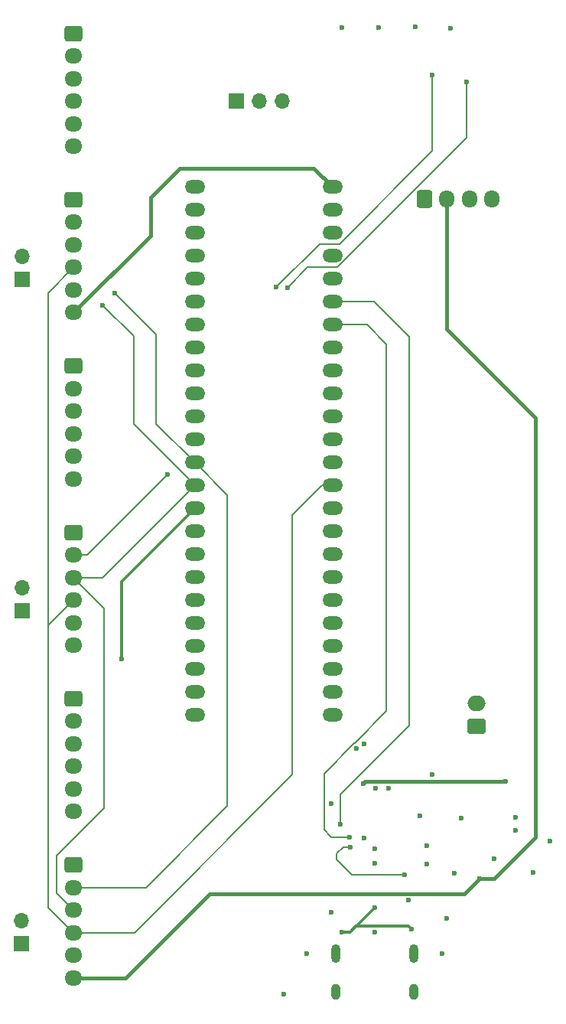
<source format=gbr>
%TF.GenerationSoftware,KiCad,Pcbnew,8.0.8*%
%TF.CreationDate,2025-03-09T10:35:25-07:00*%
%TF.ProjectId,ground-receiver,67726f75-6e64-42d7-9265-636569766572,rev?*%
%TF.SameCoordinates,Original*%
%TF.FileFunction,Copper,L4,Bot*%
%TF.FilePolarity,Positive*%
%FSLAX46Y46*%
G04 Gerber Fmt 4.6, Leading zero omitted, Abs format (unit mm)*
G04 Created by KiCad (PCBNEW 8.0.8) date 2025-03-09 10:35:25*
%MOMM*%
%LPD*%
G01*
G04 APERTURE LIST*
G04 Aperture macros list*
%AMRoundRect*
0 Rectangle with rounded corners*
0 $1 Rounding radius*
0 $2 $3 $4 $5 $6 $7 $8 $9 X,Y pos of 4 corners*
0 Add a 4 corners polygon primitive as box body*
4,1,4,$2,$3,$4,$5,$6,$7,$8,$9,$2,$3,0*
0 Add four circle primitives for the rounded corners*
1,1,$1+$1,$2,$3*
1,1,$1+$1,$4,$5*
1,1,$1+$1,$6,$7*
1,1,$1+$1,$8,$9*
0 Add four rect primitives between the rounded corners*
20,1,$1+$1,$2,$3,$4,$5,0*
20,1,$1+$1,$4,$5,$6,$7,0*
20,1,$1+$1,$6,$7,$8,$9,0*
20,1,$1+$1,$8,$9,$2,$3,0*%
G04 Aperture macros list end*
%TA.AperFunction,ComponentPad*%
%ADD10RoundRect,0.250000X-0.600000X-0.725000X0.600000X-0.725000X0.600000X0.725000X-0.600000X0.725000X0*%
%TD*%
%TA.AperFunction,ComponentPad*%
%ADD11O,1.700000X1.950000*%
%TD*%
%TA.AperFunction,ComponentPad*%
%ADD12O,2.250000X1.500000*%
%TD*%
%TA.AperFunction,ComponentPad*%
%ADD13RoundRect,0.250000X-0.725000X0.600000X-0.725000X-0.600000X0.725000X-0.600000X0.725000X0.600000X0*%
%TD*%
%TA.AperFunction,ComponentPad*%
%ADD14O,1.950000X1.700000*%
%TD*%
%TA.AperFunction,ComponentPad*%
%ADD15RoundRect,0.250000X0.750000X-0.600000X0.750000X0.600000X-0.750000X0.600000X-0.750000X-0.600000X0*%
%TD*%
%TA.AperFunction,ComponentPad*%
%ADD16O,2.000000X1.700000*%
%TD*%
%TA.AperFunction,ComponentPad*%
%ADD17R,1.700000X1.700000*%
%TD*%
%TA.AperFunction,ComponentPad*%
%ADD18O,1.700000X1.700000*%
%TD*%
%TA.AperFunction,HeatsinkPad*%
%ADD19O,1.000000X2.100000*%
%TD*%
%TA.AperFunction,HeatsinkPad*%
%ADD20O,1.000000X1.800000*%
%TD*%
%TA.AperFunction,ViaPad*%
%ADD21C,0.600000*%
%TD*%
%TA.AperFunction,Conductor*%
%ADD22C,0.304800*%
%TD*%
%TA.AperFunction,Conductor*%
%ADD23C,0.381000*%
%TD*%
%TA.AperFunction,Conductor*%
%ADD24C,0.152400*%
%TD*%
G04 APERTURE END LIST*
D10*
%TO.P,J13,1,Pin_1*%
%TO.N,GND*%
X155300000Y-84800000D03*
D11*
%TO.P,J13,2,Pin_2*%
%TO.N,+5V*%
X157800000Y-84800000D03*
%TO.P,J13,3,Pin_3*%
%TO.N,SCL*%
X160300000Y-84800000D03*
%TO.P,J13,4,Pin_4*%
%TO.N,SDA*%
X162800000Y-84800000D03*
%TD*%
D12*
%TO.P,Teensy4.1,0,RX1*%
%TO.N,SDN_3*%
X129880000Y-86025000D03*
%TO.P,Teensy4.1,1,TX1*%
%TO.N,GPIO3_3*%
X129880000Y-88565000D03*
%TO.P,Teensy4.1,2,PWM*%
%TO.N,GPIO2_3*%
X129880000Y-91105000D03*
%TO.P,Teensy4.1,3,PWM*%
%TO.N,GPIO1_3*%
X129880000Y-93645000D03*
%TO.P,Teensy4.1,3V,3.3V*%
%TO.N,+3.3V*%
X129880000Y-119045000D03*
%TO.P,Teensy4.1,3V1,3.3V*%
%TO.N,+3.3V2*%
X145120000Y-88565000D03*
%TO.P,Teensy4.1,4,PWM*%
%TO.N,GPIO0_3*%
X129880000Y-96185000D03*
%TO.P,Teensy4.1,5,PWM*%
%TO.N,IRQ_3*%
X129880000Y-98725000D03*
%TO.P,Teensy4.1,5V,VIN*%
%TO.N,+5V*%
X145120000Y-83485000D03*
%TO.P,Teensy4.1,6,PWM*%
%TO.N,CS_3*%
X129880000Y-101265000D03*
%TO.P,Teensy4.1,7,RX2*%
%TO.N,unconnected-(Teensy4.1-RX2-Pad7)*%
X129880000Y-103805000D03*
%TO.P,Teensy4.1,8,TX2*%
%TO.N,unconnected-(Teensy4.1-TX2-Pad8)*%
X129880000Y-106345000D03*
%TO.P,Teensy4.1,9,PWM*%
%TO.N,unconnected-(Teensy4.1-PWM-Pad9)*%
X129880000Y-108885000D03*
%TO.P,Teensy4.1,10,CS*%
%TO.N,unconnected-(Teensy4.1-CS-Pad10)*%
X129880000Y-111425000D03*
%TO.P,Teensy4.1,11,MOSI*%
%TO.N,MOSI*%
X129880000Y-113965000D03*
%TO.P,Teensy4.1,12,MISO*%
%TO.N,MISO*%
X129880000Y-116505000D03*
%TO.P,Teensy4.1,13,SCK*%
%TO.N,SCLK*%
X145120000Y-116505000D03*
%TO.P,Teensy4.1,14,A0*%
%TO.N,EN*%
X145120000Y-113965000D03*
%TO.P,Teensy4.1,15,A1*%
%TO.N,unconnected-(Teensy4.1-A1-Pad15)*%
X145120000Y-111425000D03*
%TO.P,Teensy4.1,16,A2*%
%TO.N,unconnected-(Teensy4.1-A2-Pad16)*%
X145120000Y-108885000D03*
%TO.P,Teensy4.1,17,A3*%
%TO.N,unconnected-(Teensy4.1-A3-Pad17)*%
X145120000Y-106345000D03*
%TO.P,Teensy4.1,18,SDA*%
%TO.N,SDA*%
X145120000Y-103805000D03*
%TO.P,Teensy4.1,19,SCL*%
%TO.N,SCL*%
X145120000Y-101265000D03*
%TO.P,Teensy4.1,20,TX5*%
%TO.N,TXD*%
X145120000Y-98725000D03*
%TO.P,Teensy4.1,21,RX5*%
%TO.N,RXD*%
X145120000Y-96185000D03*
%TO.P,Teensy4.1,22,PWM*%
%TO.N,unconnected-(Teensy4.1-PWM-Pad22)*%
X145120000Y-93645000D03*
%TO.P,Teensy4.1,23,PWM*%
%TO.N,unconnected-(Teensy4.1-PWM-Pad23)*%
X145120000Y-91105000D03*
%TO.P,Teensy4.1,24,SCL2*%
%TO.N,SDN_2*%
X129880000Y-121585000D03*
%TO.P,Teensy4.1,25,SDA2*%
%TO.N,GPIO3_2*%
X129880000Y-124125000D03*
%TO.P,Teensy4.1,26,MOSI1*%
%TO.N,GPIO2_2*%
X129880000Y-126665000D03*
%TO.P,Teensy4.1,27,SCK1*%
%TO.N,GPIO1_2*%
X129880000Y-129205000D03*
%TO.P,Teensy4.1,28,RX7*%
%TO.N,GPIO0_2*%
X129880000Y-131745000D03*
%TO.P,Teensy4.1,29,TX7*%
%TO.N,IRQ_2*%
X129880000Y-134285000D03*
%TO.P,Teensy4.1,30,GPIO*%
%TO.N,CS_2*%
X129880000Y-136825000D03*
%TO.P,Teensy4.1,31,GPIO*%
%TO.N,unconnected-(Teensy4.1-GPIO-Pad31)*%
X129880000Y-139365000D03*
%TO.P,Teensy4.1,32,GPIO*%
%TO.N,unconnected-(Teensy4.1-GPIO-Pad32)*%
X129880000Y-141905000D03*
%TO.P,Teensy4.1,33,PWM*%
%TO.N,CS_1*%
X145120000Y-141905000D03*
%TO.P,Teensy4.1,34,RX8*%
%TO.N,IRQ_1*%
X145120000Y-139365000D03*
%TO.P,Teensy4.1,35,TX8*%
%TO.N,GPIO0_1*%
X145120000Y-136825000D03*
%TO.P,Teensy4.1,36,PWM*%
%TO.N,GPIO1_1*%
X145120000Y-134285000D03*
%TO.P,Teensy4.1,37,PWM*%
%TO.N,GPIO2_1*%
X145120000Y-131745000D03*
%TO.P,Teensy4.1,38,CS1*%
%TO.N,GPIO3_1*%
X145120000Y-129205000D03*
%TO.P,Teensy4.1,39,MISO1*%
%TO.N,SDN_1*%
X145120000Y-126665000D03*
%TO.P,Teensy4.1,40,A16*%
%TO.N,BSTAT2*%
X145120000Y-124125000D03*
%TO.P,Teensy4.1,41,A17*%
%TO.N,BSTAT1*%
X145120000Y-121585000D03*
%TO.P,Teensy4.1,G,GND*%
%TO.N,GND*%
X129880000Y-83485000D03*
%TO.P,Teensy4.1,G1,GND*%
X145120000Y-86025000D03*
%TO.P,Teensy4.1,G2,GND*%
X145120000Y-119045000D03*
%TD*%
D13*
%TO.P,J9,1,Pin_1*%
%TO.N,SDN_2*%
X116465000Y-103300000D03*
D14*
%TO.P,J9,2,Pin_2*%
%TO.N,GPIO3_2*%
X116465000Y-105800000D03*
%TO.P,J9,3,Pin_3*%
%TO.N,GPIO2_2*%
X116465000Y-108300000D03*
%TO.P,J9,4,Pin_4*%
%TO.N,GPIO1_2*%
X116465000Y-110800000D03*
%TO.P,J9,5,Pin_5*%
%TO.N,GPIO0_2*%
X116465000Y-113300000D03*
%TO.P,J9,6,Pin_6*%
%TO.N,IRQ_2*%
X116465000Y-115800000D03*
%TD*%
D15*
%TO.P,J3,1,Pin_1*%
%TO.N,VBAT*%
X161050000Y-143150000D03*
D16*
%TO.P,J3,2,Pin_2*%
%TO.N,GND*%
X161050000Y-140650000D03*
%TD*%
D17*
%TO.P,J1,1,Pin_1*%
%TO.N,RXD*%
X134460000Y-74000000D03*
D18*
%TO.P,J1,2,Pin_2*%
%TO.N,TXD*%
X137000000Y-74000000D03*
%TO.P,J1,3,Pin_3*%
%TO.N,GND*%
X139540000Y-74000000D03*
%TD*%
D13*
%TO.P,J4,1,Pin_1*%
%TO.N,CS_1*%
X116465000Y-158500000D03*
D14*
%TO.P,J4,2,Pin_2*%
%TO.N,MOSI*%
X116465000Y-161000000D03*
%TO.P,J4,3,Pin_3*%
%TO.N,MISO*%
X116465000Y-163500000D03*
%TO.P,J4,4,Pin_4*%
%TO.N,SCLK*%
X116465000Y-166000000D03*
%TO.P,J4,5,Pin_5*%
%TO.N,GND*%
X116465000Y-168500000D03*
%TO.P,J4,6,Pin_6*%
%TO.N,+5V*%
X116465000Y-171000000D03*
%TD*%
D13*
%TO.P,J7,1,Pin_1*%
%TO.N,CS_2*%
X116465000Y-121700000D03*
D14*
%TO.P,J7,2,Pin_2*%
%TO.N,MOSI*%
X116465000Y-124200000D03*
%TO.P,J7,3,Pin_3*%
%TO.N,MISO*%
X116465000Y-126700000D03*
%TO.P,J7,4,Pin_4*%
%TO.N,SCLK*%
X116465000Y-129200000D03*
%TO.P,J7,5,Pin_5*%
%TO.N,GND*%
X116465000Y-131700000D03*
%TO.P,J7,6,Pin_6*%
%TO.N,+5V*%
X116465000Y-134200000D03*
%TD*%
D13*
%TO.P,J10,1,Pin_1*%
%TO.N,CS_3*%
X116465000Y-84900000D03*
D14*
%TO.P,J10,2,Pin_2*%
%TO.N,MOSI*%
X116465000Y-87400000D03*
%TO.P,J10,3,Pin_3*%
%TO.N,MISO*%
X116465000Y-89900000D03*
%TO.P,J10,4,Pin_4*%
%TO.N,SCLK*%
X116465000Y-92400000D03*
%TO.P,J10,5,Pin_5*%
%TO.N,GND*%
X116465000Y-94900000D03*
%TO.P,J10,6,Pin_6*%
%TO.N,+5V*%
X116465000Y-97400000D03*
%TD*%
D13*
%TO.P,J12,1,Pin_1*%
%TO.N,SDN_3*%
X116465000Y-66500000D03*
D14*
%TO.P,J12,2,Pin_2*%
%TO.N,GPIO3_3*%
X116465000Y-69000000D03*
%TO.P,J12,3,Pin_3*%
%TO.N,GPIO2_3*%
X116465000Y-71500000D03*
%TO.P,J12,4,Pin_4*%
%TO.N,GPIO1_3*%
X116465000Y-74000000D03*
%TO.P,J12,5,Pin_5*%
%TO.N,GPIO0_3*%
X116465000Y-76500000D03*
%TO.P,J12,6,Pin_6*%
%TO.N,IRQ_3*%
X116465000Y-79000000D03*
%TD*%
D17*
%TO.P,J8,1,Pin_1*%
%TO.N,GND*%
X110765000Y-130400000D03*
D18*
%TO.P,J8,2,Pin_2*%
%TO.N,+3.3V*%
X110765000Y-127860000D03*
%TD*%
D17*
%TO.P,J11,1,Pin_1*%
%TO.N,GND*%
X110665000Y-167200000D03*
D18*
%TO.P,J11,2,Pin_2*%
%TO.N,+3.3V*%
X110665000Y-164660000D03*
%TD*%
D13*
%TO.P,J6,1,Pin_1*%
%TO.N,SDN_1*%
X116465000Y-140100000D03*
D14*
%TO.P,J6,2,Pin_2*%
%TO.N,GPIO3_1*%
X116465000Y-142600000D03*
%TO.P,J6,3,Pin_3*%
%TO.N,GPIO2_1*%
X116465000Y-145100000D03*
%TO.P,J6,4,Pin_4*%
%TO.N,GPIO1_1*%
X116465000Y-147600000D03*
%TO.P,J6,5,Pin_5*%
%TO.N,GPIO0_1*%
X116465000Y-150100000D03*
%TO.P,J6,6,Pin_6*%
%TO.N,IRQ_1*%
X116465000Y-152600000D03*
%TD*%
D17*
%TO.P,J5,1,Pin_1*%
%TO.N,GND*%
X110765000Y-93700000D03*
D18*
%TO.P,J5,2,Pin_2*%
%TO.N,+3.3V*%
X110765000Y-91160000D03*
%TD*%
D19*
%TO.P,J2,S1,SHIELD*%
%TO.N,GND*%
X145500000Y-168320000D03*
D20*
X145500000Y-172500000D03*
D19*
X154140000Y-168320000D03*
D20*
X154140000Y-172500000D03*
%TD*%
D21*
%TO.N,+3.3V*%
X121765000Y-135700000D03*
%TO.N,+5V*%
X161400000Y-160000000D03*
%TO.N,GND*%
X149800000Y-158300000D03*
X146200000Y-65900000D03*
X151300000Y-150000000D03*
X139700000Y-172800000D03*
X155600000Y-158400000D03*
X155600000Y-156400000D03*
X145000000Y-151700000D03*
X153500000Y-162400000D03*
X150200000Y-65900000D03*
X165400000Y-154700000D03*
X165400000Y-153200000D03*
X156200000Y-148500000D03*
X148600000Y-145100000D03*
X154300000Y-65800000D03*
X149800000Y-156700000D03*
X167300000Y-159300000D03*
X163000000Y-157800000D03*
X147800000Y-145600000D03*
X157800000Y-164400000D03*
X149799999Y-165938779D03*
X148600000Y-155500000D03*
X145000000Y-163700000D03*
X142300000Y-168300000D03*
X157300000Y-168300000D03*
X169200000Y-155900000D03*
X159400000Y-153300000D03*
X158600000Y-159400000D03*
X149900000Y-150000000D03*
X158223800Y-65923800D03*
X154800000Y-153100000D03*
%TO.N,Net-(U4-3V3OUT)*%
X147100000Y-156500000D03*
X153095200Y-159600000D03*
%TO.N,VBUS*%
X153840000Y-165600000D03*
X149800000Y-163200000D03*
X146149999Y-165900000D03*
%TO.N,VBAT*%
X148500000Y-149500000D03*
X164300000Y-149300000D03*
%TO.N,TXD*%
X147000000Y-155400000D03*
%TO.N,RXD*%
X146000000Y-154000000D03*
%TO.N,MISO*%
X119700000Y-96600000D03*
%TO.N,MOSI*%
X121000000Y-95200000D03*
X126900000Y-115300000D03*
%TO.N,BSTAT2*%
X138900000Y-94600000D03*
X156200000Y-71100000D03*
%TO.N,BSTAT1*%
X160000000Y-71900000D03*
X140190065Y-94609935D03*
%TD*%
D22*
%TO.N,+3.3V*%
X121765000Y-127160000D02*
X129880000Y-119045000D01*
X129880000Y-119045000D02*
X129855000Y-119045000D01*
X121765000Y-135700000D02*
X121765000Y-127160000D01*
D23*
%TO.N,+5V*%
X161400000Y-160000000D02*
X163000000Y-160000000D01*
X128200000Y-81400000D02*
X143035000Y-81400000D01*
X124974500Y-88890500D02*
X124974500Y-84625500D01*
X131490500Y-161709500D02*
X159690500Y-161709500D01*
X122200000Y-171000000D02*
X131490500Y-161709500D01*
X116465000Y-171000000D02*
X122200000Y-171000000D01*
X143035000Y-81400000D02*
X145120000Y-83485000D01*
X157800000Y-99200000D02*
X157800000Y-84800000D01*
X124974500Y-84625500D02*
X128200000Y-81400000D01*
X167600000Y-155400000D02*
X167600000Y-109000000D01*
X163000000Y-160000000D02*
X167600000Y-155400000D01*
X159690500Y-161709500D02*
X161400000Y-160000000D01*
X116465000Y-97400000D02*
X124974500Y-88890500D01*
X167600000Y-109000000D02*
X157800000Y-99200000D01*
D24*
%TO.N,Net-(U4-3V3OUT)*%
X146300000Y-156500000D02*
X145600000Y-157200000D01*
X145600000Y-157900000D02*
X147300000Y-159600000D01*
X147300000Y-159600000D02*
X153095200Y-159600000D01*
X145600000Y-157200000D02*
X145600000Y-157900000D01*
X147100000Y-156500000D02*
X146300000Y-156500000D01*
D22*
%TO.N,VBUS*%
X146149999Y-165900000D02*
X147100000Y-165900000D01*
X147100000Y-165900000D02*
X149800000Y-163200000D01*
X153526379Y-165286379D02*
X153840000Y-165600000D01*
X147100000Y-165900000D02*
X147713621Y-165286379D01*
X147713621Y-165286379D02*
X153526379Y-165286379D01*
D23*
%TO.N,VBAT*%
X164300000Y-149300000D02*
X148700000Y-149300000D01*
X148700000Y-149300000D02*
X148500000Y-149500000D01*
D24*
%TO.N,TXD*%
X148925000Y-98725000D02*
X145120000Y-98725000D01*
X144200000Y-154600000D02*
X144200000Y-148385130D01*
X147576200Y-145023800D02*
X151100000Y-141500000D01*
X147561330Y-145023800D02*
X147576200Y-145023800D01*
X147000000Y-155400000D02*
X145000000Y-155400000D01*
X145000000Y-155400000D02*
X144200000Y-154600000D01*
X144200000Y-148385130D02*
X147561330Y-145023800D01*
X151100000Y-100900000D02*
X148925000Y-98725000D01*
X151100000Y-141500000D02*
X151100000Y-100900000D01*
%TO.N,RXD*%
X153600000Y-143100000D02*
X153600000Y-100100000D01*
X153600000Y-100100000D02*
X149685000Y-96185000D01*
X146000000Y-150700000D02*
X153600000Y-143100000D01*
X146000000Y-154000000D02*
X146000000Y-150700000D01*
X149685000Y-96185000D02*
X145120000Y-96185000D01*
%TO.N,MISO*%
X123100000Y-100000000D02*
X123100000Y-109725000D01*
X119700000Y-96600000D02*
X123100000Y-100000000D01*
X119685000Y-126700000D02*
X129880000Y-116505000D01*
X114565000Y-161600000D02*
X114565000Y-157500000D01*
X114565000Y-157500000D02*
X119865000Y-152200000D01*
X119865000Y-130100000D02*
X116465000Y-126700000D01*
X119865000Y-152200000D02*
X119865000Y-130100000D01*
X116465000Y-163500000D02*
X114565000Y-161600000D01*
X116465000Y-126700000D02*
X119685000Y-126700000D01*
X123100000Y-109725000D02*
X129880000Y-116505000D01*
%TO.N,MOSI*%
X133500000Y-117585000D02*
X129880000Y-113965000D01*
X121000000Y-95200000D02*
X125600000Y-99800000D01*
X116465000Y-161000000D02*
X124500000Y-161000000D01*
X116465000Y-124200000D02*
X118000000Y-124200000D01*
X133500000Y-152000000D02*
X133500000Y-117585000D01*
X124500000Y-161000000D02*
X133500000Y-152000000D01*
X118000000Y-124200000D02*
X126900000Y-115300000D01*
X125600000Y-109685000D02*
X129880000Y-113965000D01*
X125600000Y-99800000D02*
X125600000Y-109685000D01*
%TO.N,SCLK*%
X143995000Y-116505000D02*
X145120000Y-116505000D01*
X116465000Y-166000000D02*
X113665000Y-163200000D01*
X140700000Y-119800000D02*
X143995000Y-116505000D01*
X140700000Y-148500000D02*
X140700000Y-119800000D01*
X113665000Y-132000000D02*
X116465000Y-129200000D01*
X116465000Y-166000000D02*
X123200000Y-166000000D01*
X113665000Y-132000000D02*
X113665000Y-95200000D01*
X113665000Y-95200000D02*
X116465000Y-92400000D01*
X123200000Y-166000000D02*
X140700000Y-148500000D01*
X113665000Y-163200000D02*
X113665000Y-132000000D01*
%TO.N,BSTAT2*%
X145900000Y-89800000D02*
X156200000Y-79500000D01*
X143700000Y-89800000D02*
X145900000Y-89800000D01*
X156200000Y-79500000D02*
X156200000Y-71100000D01*
X138900000Y-94600000D02*
X143700000Y-89800000D01*
%TO.N,BSTAT1*%
X140190065Y-94609935D02*
X142400000Y-92400000D01*
X142400000Y-92400000D02*
X145651266Y-92400000D01*
X160000000Y-78051266D02*
X160000000Y-71900000D01*
X145651266Y-92400000D02*
X160000000Y-78051266D01*
%TD*%
M02*

</source>
